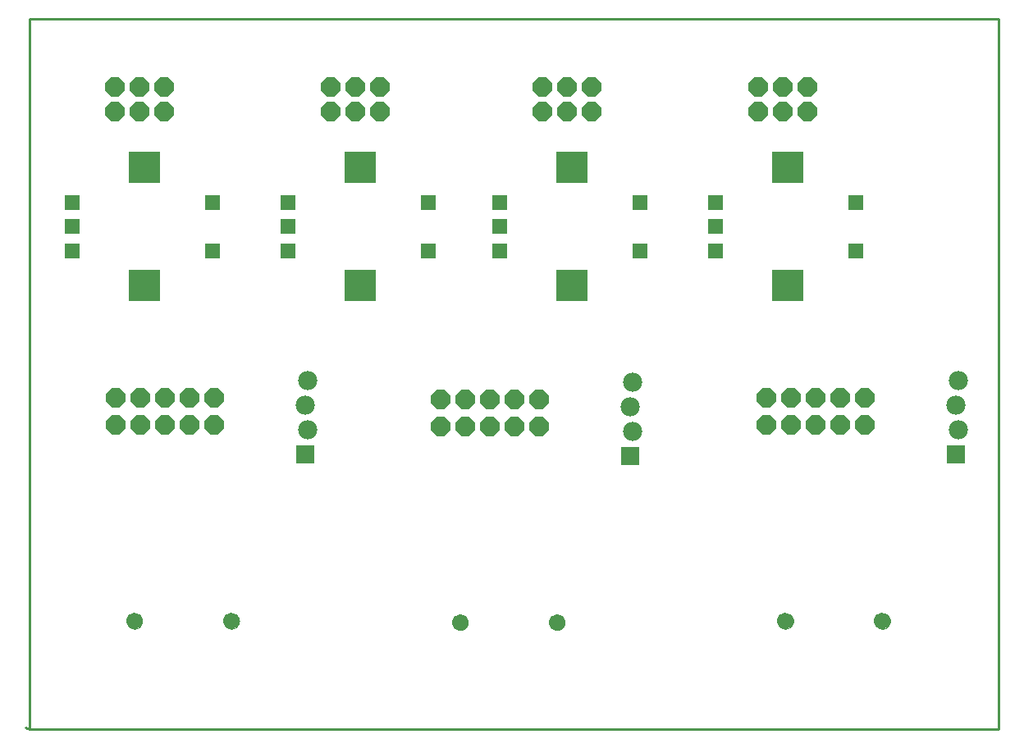
<source format=gbs>
G75*
G70*
%OFA0B0*%
%FSLAX24Y24*%
%IPPOS*%
%LPD*%
%AMOC8*
5,1,8,0,0,1.08239X$1,22.5*
%
%ADD10C,0.0100*%
%ADD11OC8,0.0780*%
%ADD12R,0.0634X0.0634*%
%ADD13R,0.1306X0.1306*%
%ADD14C,0.0000*%
%ADD15C,0.0670*%
%ADD16R,0.0780X0.0780*%
%ADD17C,0.0780*%
D10*
X000304Y002050D02*
X000304Y030914D01*
X039674Y030914D01*
X039674Y002050D01*
X000304Y002050D01*
X000150Y002101D01*
D11*
X003794Y014410D03*
X004794Y014410D03*
X005794Y014410D03*
X006794Y014410D03*
X007794Y014410D03*
X007794Y015510D03*
X006794Y015510D03*
X005794Y015510D03*
X004794Y015510D03*
X003794Y015510D03*
X017016Y015458D03*
X018016Y015458D03*
X019016Y015458D03*
X020016Y015458D03*
X021016Y015458D03*
X021016Y014358D03*
X020016Y014358D03*
X019016Y014358D03*
X018016Y014358D03*
X017016Y014358D03*
X030239Y014410D03*
X031239Y014410D03*
X032239Y014410D03*
X033239Y014410D03*
X034239Y014410D03*
X034239Y015510D03*
X033239Y015510D03*
X032239Y015510D03*
X031239Y015510D03*
X030239Y015510D03*
X029916Y027142D03*
X030916Y027142D03*
X030916Y028142D03*
X029916Y028142D03*
X031916Y028142D03*
X031916Y027142D03*
X023153Y027142D03*
X023153Y028142D03*
X022153Y028142D03*
X021153Y028142D03*
X021153Y027142D03*
X022153Y027142D03*
X014543Y027142D03*
X013543Y027142D03*
X013543Y028142D03*
X014543Y028142D03*
X012543Y028142D03*
X012543Y027142D03*
X005779Y027142D03*
X005779Y028142D03*
X004779Y028142D03*
X004779Y027142D03*
X003779Y027142D03*
X003779Y028142D03*
D12*
X002030Y023448D03*
X002030Y022463D03*
X002030Y021479D03*
X007738Y021479D03*
X007738Y023448D03*
X010793Y023448D03*
X010793Y022463D03*
X010793Y021479D03*
X016502Y021479D03*
X016502Y023448D03*
X019403Y023448D03*
X019403Y022463D03*
X019403Y021479D03*
X025112Y021479D03*
X025112Y023448D03*
X028167Y023448D03*
X028167Y022463D03*
X028167Y021479D03*
X033876Y021479D03*
X033876Y023448D03*
D13*
X031120Y024865D03*
X031120Y020062D03*
X022356Y020062D03*
X022356Y024865D03*
X013746Y024865D03*
X013746Y020062D03*
X004983Y020062D03*
X004983Y024865D03*
D14*
X004260Y006436D02*
X004262Y006471D01*
X004268Y006506D01*
X004278Y006540D01*
X004291Y006573D01*
X004308Y006604D01*
X004329Y006632D01*
X004352Y006659D01*
X004379Y006682D01*
X004407Y006703D01*
X004438Y006720D01*
X004471Y006733D01*
X004505Y006743D01*
X004540Y006749D01*
X004575Y006751D01*
X004610Y006749D01*
X004645Y006743D01*
X004679Y006733D01*
X004712Y006720D01*
X004743Y006703D01*
X004771Y006682D01*
X004798Y006659D01*
X004821Y006632D01*
X004842Y006604D01*
X004859Y006573D01*
X004872Y006540D01*
X004882Y006506D01*
X004888Y006471D01*
X004890Y006436D01*
X004888Y006401D01*
X004882Y006366D01*
X004872Y006332D01*
X004859Y006299D01*
X004842Y006268D01*
X004821Y006240D01*
X004798Y006213D01*
X004771Y006190D01*
X004743Y006169D01*
X004712Y006152D01*
X004679Y006139D01*
X004645Y006129D01*
X004610Y006123D01*
X004575Y006121D01*
X004540Y006123D01*
X004505Y006129D01*
X004471Y006139D01*
X004438Y006152D01*
X004407Y006169D01*
X004379Y006190D01*
X004352Y006213D01*
X004329Y006240D01*
X004308Y006268D01*
X004291Y006299D01*
X004278Y006332D01*
X004268Y006366D01*
X004262Y006401D01*
X004260Y006436D01*
X008197Y006436D02*
X008199Y006471D01*
X008205Y006506D01*
X008215Y006540D01*
X008228Y006573D01*
X008245Y006604D01*
X008266Y006632D01*
X008289Y006659D01*
X008316Y006682D01*
X008344Y006703D01*
X008375Y006720D01*
X008408Y006733D01*
X008442Y006743D01*
X008477Y006749D01*
X008512Y006751D01*
X008547Y006749D01*
X008582Y006743D01*
X008616Y006733D01*
X008649Y006720D01*
X008680Y006703D01*
X008708Y006682D01*
X008735Y006659D01*
X008758Y006632D01*
X008779Y006604D01*
X008796Y006573D01*
X008809Y006540D01*
X008819Y006506D01*
X008825Y006471D01*
X008827Y006436D01*
X008825Y006401D01*
X008819Y006366D01*
X008809Y006332D01*
X008796Y006299D01*
X008779Y006268D01*
X008758Y006240D01*
X008735Y006213D01*
X008708Y006190D01*
X008680Y006169D01*
X008649Y006152D01*
X008616Y006139D01*
X008582Y006129D01*
X008547Y006123D01*
X008512Y006121D01*
X008477Y006123D01*
X008442Y006129D01*
X008408Y006139D01*
X008375Y006152D01*
X008344Y006169D01*
X008316Y006190D01*
X008289Y006213D01*
X008266Y006240D01*
X008245Y006268D01*
X008228Y006299D01*
X008215Y006332D01*
X008205Y006366D01*
X008199Y006401D01*
X008197Y006436D01*
X017483Y006385D02*
X017485Y006420D01*
X017491Y006455D01*
X017501Y006489D01*
X017514Y006522D01*
X017531Y006553D01*
X017552Y006581D01*
X017575Y006608D01*
X017602Y006631D01*
X017630Y006652D01*
X017661Y006669D01*
X017694Y006682D01*
X017728Y006692D01*
X017763Y006698D01*
X017798Y006700D01*
X017833Y006698D01*
X017868Y006692D01*
X017902Y006682D01*
X017935Y006669D01*
X017966Y006652D01*
X017994Y006631D01*
X018021Y006608D01*
X018044Y006581D01*
X018065Y006553D01*
X018082Y006522D01*
X018095Y006489D01*
X018105Y006455D01*
X018111Y006420D01*
X018113Y006385D01*
X018111Y006350D01*
X018105Y006315D01*
X018095Y006281D01*
X018082Y006248D01*
X018065Y006217D01*
X018044Y006189D01*
X018021Y006162D01*
X017994Y006139D01*
X017966Y006118D01*
X017935Y006101D01*
X017902Y006088D01*
X017868Y006078D01*
X017833Y006072D01*
X017798Y006070D01*
X017763Y006072D01*
X017728Y006078D01*
X017694Y006088D01*
X017661Y006101D01*
X017630Y006118D01*
X017602Y006139D01*
X017575Y006162D01*
X017552Y006189D01*
X017531Y006217D01*
X017514Y006248D01*
X017501Y006281D01*
X017491Y006315D01*
X017485Y006350D01*
X017483Y006385D01*
X021420Y006385D02*
X021422Y006420D01*
X021428Y006455D01*
X021438Y006489D01*
X021451Y006522D01*
X021468Y006553D01*
X021489Y006581D01*
X021512Y006608D01*
X021539Y006631D01*
X021567Y006652D01*
X021598Y006669D01*
X021631Y006682D01*
X021665Y006692D01*
X021700Y006698D01*
X021735Y006700D01*
X021770Y006698D01*
X021805Y006692D01*
X021839Y006682D01*
X021872Y006669D01*
X021903Y006652D01*
X021931Y006631D01*
X021958Y006608D01*
X021981Y006581D01*
X022002Y006553D01*
X022019Y006522D01*
X022032Y006489D01*
X022042Y006455D01*
X022048Y006420D01*
X022050Y006385D01*
X022048Y006350D01*
X022042Y006315D01*
X022032Y006281D01*
X022019Y006248D01*
X022002Y006217D01*
X021981Y006189D01*
X021958Y006162D01*
X021931Y006139D01*
X021903Y006118D01*
X021872Y006101D01*
X021839Y006088D01*
X021805Y006078D01*
X021770Y006072D01*
X021735Y006070D01*
X021700Y006072D01*
X021665Y006078D01*
X021631Y006088D01*
X021598Y006101D01*
X021567Y006118D01*
X021539Y006139D01*
X021512Y006162D01*
X021489Y006189D01*
X021468Y006217D01*
X021451Y006248D01*
X021438Y006281D01*
X021428Y006315D01*
X021422Y006350D01*
X021420Y006385D01*
X030705Y006436D02*
X030707Y006471D01*
X030713Y006506D01*
X030723Y006540D01*
X030736Y006573D01*
X030753Y006604D01*
X030774Y006632D01*
X030797Y006659D01*
X030824Y006682D01*
X030852Y006703D01*
X030883Y006720D01*
X030916Y006733D01*
X030950Y006743D01*
X030985Y006749D01*
X031020Y006751D01*
X031055Y006749D01*
X031090Y006743D01*
X031124Y006733D01*
X031157Y006720D01*
X031188Y006703D01*
X031216Y006682D01*
X031243Y006659D01*
X031266Y006632D01*
X031287Y006604D01*
X031304Y006573D01*
X031317Y006540D01*
X031327Y006506D01*
X031333Y006471D01*
X031335Y006436D01*
X031333Y006401D01*
X031327Y006366D01*
X031317Y006332D01*
X031304Y006299D01*
X031287Y006268D01*
X031266Y006240D01*
X031243Y006213D01*
X031216Y006190D01*
X031188Y006169D01*
X031157Y006152D01*
X031124Y006139D01*
X031090Y006129D01*
X031055Y006123D01*
X031020Y006121D01*
X030985Y006123D01*
X030950Y006129D01*
X030916Y006139D01*
X030883Y006152D01*
X030852Y006169D01*
X030824Y006190D01*
X030797Y006213D01*
X030774Y006240D01*
X030753Y006268D01*
X030736Y006299D01*
X030723Y006332D01*
X030713Y006366D01*
X030707Y006401D01*
X030705Y006436D01*
X034642Y006436D02*
X034644Y006471D01*
X034650Y006506D01*
X034660Y006540D01*
X034673Y006573D01*
X034690Y006604D01*
X034711Y006632D01*
X034734Y006659D01*
X034761Y006682D01*
X034789Y006703D01*
X034820Y006720D01*
X034853Y006733D01*
X034887Y006743D01*
X034922Y006749D01*
X034957Y006751D01*
X034992Y006749D01*
X035027Y006743D01*
X035061Y006733D01*
X035094Y006720D01*
X035125Y006703D01*
X035153Y006682D01*
X035180Y006659D01*
X035203Y006632D01*
X035224Y006604D01*
X035241Y006573D01*
X035254Y006540D01*
X035264Y006506D01*
X035270Y006471D01*
X035272Y006436D01*
X035270Y006401D01*
X035264Y006366D01*
X035254Y006332D01*
X035241Y006299D01*
X035224Y006268D01*
X035203Y006240D01*
X035180Y006213D01*
X035153Y006190D01*
X035125Y006169D01*
X035094Y006152D01*
X035061Y006139D01*
X035027Y006129D01*
X034992Y006123D01*
X034957Y006121D01*
X034922Y006123D01*
X034887Y006129D01*
X034853Y006139D01*
X034820Y006152D01*
X034789Y006169D01*
X034761Y006190D01*
X034734Y006213D01*
X034711Y006240D01*
X034690Y006268D01*
X034673Y006299D01*
X034660Y006332D01*
X034650Y006366D01*
X034644Y006401D01*
X034642Y006436D01*
D15*
X034957Y006436D03*
X031020Y006436D03*
X021735Y006385D03*
X017798Y006385D03*
X008512Y006436D03*
X004575Y006436D03*
D16*
X011494Y013210D03*
X024716Y013158D03*
X037939Y013210D03*
D17*
X038039Y014210D03*
X037939Y015210D03*
X038039Y016210D03*
X024816Y016158D03*
X024716Y015158D03*
X024816Y014158D03*
X011594Y014210D03*
X011494Y015210D03*
X011594Y016210D03*
M02*

</source>
